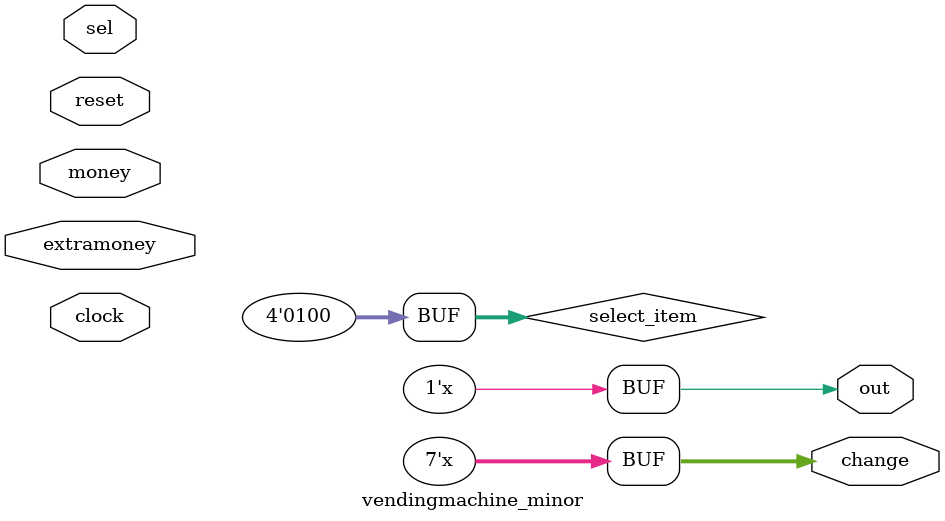
<source format=v>
`timescale 1ns / 1ps


module vendingmachine_minor(out,change,money,clock,sel,reset,extramoney

    );
    input [6:0]money;    
   
    input clock;
    input[6:0]sel;
    input reset;
    input [6:0]extramoney;
    output reg out;
    output reg [6:0]change;
    reg[3:0]ps,ns;
    reg [1:0] wrappers;
    reg [1:0]plasticbottles;
    reg [1:0]packets;
    reg [1:0]cans;
    reg [1:0]plastictub;
    parameter [6:0]money_5=6'd5;
    parameter [6:0]money_10=6'd10;
    parameter [6:0] money_20=6'd20;
    parameter [6:0]money_50=6'd50;
    parameter [3:0]sel_wrappers=3'b000;    
    parameter [3:0]sel_plasticbottles=3'b001;   
    parameter [3:0]sel_packets=3'b010;    
    parameter [3:0]sel_cans=3'b011;    
    parameter[3:0] sel_plastictubs=3'b100;   
    parameter[3:0] idle=3'b000;
    parameter[3:0] fifteen=3'b001;
    parameter [3:0]twentyfive=3'b010;
    parameter [3:0]thirty=3'b011;
    parameter [3:0]fourty=3'b100;
    parameter [3:0]sixty=3'b101;
  
    parameter Chocolate_bars=7'd000;
    parameter Granola_bars=7'd001;
    parameter Snack_sized_chips=7'd002;
    parameter Gummy_candies=7'd003;
    parameter Protein_bars=7'd004;
    parameter Cookies=7'd005;
    
   parameter Bottledwater=7'd006;
    parameter Coffee_Bottle=7'd007; 
    parameter Fruit_smoothies_Bottles=7'd008;
    parameter Fruit_flavored_water=7'd009;
      
    parameter Trail_mix=7'd010;
    parameter Fruit_snacks=7'd011;
    parameter Pretzels=7'd012;
    parameter Popcorn=7'd013;
    parameter Cheese_crackers=7'd014;
    parameter Cupcakes=7'd015;
    parameter Muffins=7'd016;
    parameter Cheese_sticks=7'd017;
    parameter Pita_chips_with_hummus=7'd018;
    
    parameter Cheese_and_cracker_packs=7'd019;
    parameter Rice_crispy_treats=7'd020;
    
     parameter ColaCan=7'd021;
     parameter Dietsoda_can=7'd022;
     parameter Energy_drinks=7'd023;
     parameter Iced_tea_can=7'd024;
    parameter Bottled_iced_coffee=7'd025;
    parameter Protein_shakes=7'd026; 
   
    parameter Fruit_juice_boxes=7'd027;
    parameter Pre_packaged_sandwiches=7'd028;
    
    
    parameter Nuts=7'd029;
    parameter Rice_cakes=7'd030;
    parameter Yogurt_cups=7'd031;
    parameter Fresh_fruit_cups=7'd032;
    parameter Gum=7'd033;
    parameter Salads=7'd034;
    parameter Hard_boiled_eggs=7'd035;
    parameter Fruit_pies=7'd036;
     parameter Vegetable_sticks_with_dip=7'd037;
    parameter Bagels_with_cream_cheese=7'd038; 
    parameter Instant_noodles=7'd03;
    
    reg [3:0]select_item;
     parameter idle1=4'b1000;
     always@(posedge clock)
        if(reset)
          begin
             ns<=idle;
          end
          else
             ps<=ns;
     always @(*)
     begin 
  if(sel==Chocolate_bars |sel==Granola_bars |sel==Gummy_candies |sel==Protein_bars |sel==Cookies |sel==Gum )
  begin
  select_item=sel_wrappers;
  end
 if(sel==Bottledwater |sel==Coffee_Bottle |sel==Fruit_smoothies_Bottles | sel==Fruit_flavored_water)
  begin
  select_item=sel_plasticbottles;
  end
  if(sel==Snack_sized_chips | sel==Trail_mix |sel==Fruit_snacks |sel==Pretzels| sel==Popcorn|sel==Cheese_crackers |sel==Nuts|sel==Cupcakes|sel==Muffins |sel==Cheese_sticks |sel==Pita_chips_with_hummus |sel==Rice_crispy_treats |sel==Cheese_and_cracker_packs)
  begin
  select_item<=sel_packets;
  end
  if(sel==ColaCan |sel== Dietsoda_can | sel==Energy_drinks | sel==Iced_tea_can |sel==Bottled_iced_coffee| sel==Protein_shakes)
  begin
  select_item<=sel_cans;
  end
  if(sel==Fruit_juice_boxes | sel==Pre_packaged_sandwiches | sel==Rice_cakes |sel==Yogurt_cups|sel==Fresh_fruit_cups| sel== Salads |sel==Hard_boiled_eggs |sel==Fruit_pies |sel==Vegetable_sticks_with_dip |sel==Bagels_with_cream_cheese|sel==Instant_noodles);
   begin
  select_item<=sel_plastictubs;
  end
  end
    
  
        
        
    always@(posedge clock)
    begin
   
    case(ps)
   
    idle:
     
   if(money==money_5&&sel==sel_wrappers)
        ns<=fifteen;
   else if(money==money_5&&sel==sel_plasticbottles)
        ns<=twentyfive;
   else if(money==money_5&&sel==sel_packets)
        ns<=thirty;
   else if(money==money_5&&sel==sel_cans)
        ns<=fourty;
   else if(money==money_5&&sel==sel_plastictubs)
        ns<=sixty;
   else if(money==money_10&&sel==sel_wrappers)
        ns<=fifteen;
   else if(money==money_10&&sel==sel_plasticbottles)
        ns<=twentyfive;
   else if(money==money_10&&sel==sel_packets)
        ns<=thirty;
   else if(money==money_10&&sel==sel_cans)
        ns<=fourty;
   else if(money==money_10&&sel==sel_plastictubs)
        ns<=sixty;
   else if(money==money_20&&sel==sel_wrappers)
        ns<=fifteen;
   else if(money==money_20&&sel==sel_plasticbottles)
        ns<=twentyfive;
   else if(money==money_20&&sel==sel_packets)
        ns<=thirty;
   else if(money==money_20&&sel==sel_cans)
        ns<=fourty;
   else if(money==money_20&&sel==sel_plastictubs)
        ns<=sixty;  
   else if(money==money_50&&sel==sel_wrappers)
        ns<=fifteen;
   else if(money==money_50&&sel==sel_plasticbottles)
        ns<=twentyfive;
   else if(money==money_50&&sel==sel_packets)
        ns<=thirty;
   else if(money==money_50&&sel==sel_cans)
        ns<=fourty;
   else if(money==money_50&&sel==sel_plastictubs)
        ns<=sixty;  
                        
   fifteen:
            
          if(money==money_5&&sel==sel_wrappers)
               ns<=fifteen;
          else if(money==money_5&&sel==sel_plasticbottles)
               ns<=twentyfive;
          else if(money==money_5&&sel==sel_packets)
               ns<=thirty;
          else if(money==money_5&&sel==sel_cans)
               ns<=fourty;
          else if(money==money_5&&sel==sel_plastictubs)
               ns<=sixty;
          else if(money==money_10&&sel==sel_wrappers)
               ns<=fifteen;
          else if(money==money_10&&sel==sel_plasticbottles)
               ns<=twentyfive;
          else if(money==money_10&&sel==sel_packets)
               ns<=thirty;
          else if(money==money_10&&sel==sel_cans)
               ns<=fourty;
          else if(money==money_10&&sel==sel_plastictubs)
               ns<=sixty;
          else if(money==money_20&&sel==sel_wrappers)
               ns<=fifteen;
          else if(money==money_20&&sel==sel_plasticbottles)
               ns<=twentyfive;
          else if(money==money_20&&sel==sel_packets)
               ns<=thirty;
          else if(money==money_20&&sel==sel_cans)
               ns<=fourty;
          else if(money==money_20&&sel==sel_plastictubs)
               ns<=sixty;  
          else if(money==money_50&&sel==sel_wrappers)
               ns<=fifteen;
          else if(money==money_50&&sel==sel_plasticbottles)
               ns<=twentyfive;
          else if(money==money_50&&sel==sel_packets)
               ns<=thirty;
          else if(money==money_50&&sel==sel_cans)
               ns<=fourty;
          else if(money==money_50&&sel==sel_plastictubs)
               ns<=sixty;  
  twentyfive:           
   
    if(money==money_5&&sel==sel_wrappers)
       ns<=fifteen;
  else if(money==money_5&&sel==sel_plasticbottles)
       ns<=twentyfive;
  else if(money==money_5&&sel==sel_packets)
       ns<=thirty;
  else if(money==money_5&&sel==sel_cans)
       ns<=fourty;
  else if(money==money_5&&sel==sel_plastictubs)
       ns<=sixty;
  else if(money==money_10&&sel==sel_wrappers)
       ns<=fifteen;
  else if(money==money_10&&sel==sel_plasticbottles)
       ns<=twentyfive;
  else if(money==money_10&&sel==sel_packets)
       ns<=thirty;
  else if(money==money_10&&sel==sel_cans)
       ns<=fourty;
  else if(money==money_10&&sel==sel_plastictubs)
       ns<=sixty;
  else if(money==money_20&&sel==sel_wrappers)
       ns<=fifteen;
  else if(money==money_20&&sel==sel_plasticbottles)
       ns<=twentyfive;
  else if(money==money_20&&sel==sel_packets)
       ns<=thirty;
  else if(money==money_20&&sel==sel_cans)
       ns<=fourty;
  else if(money==money_20&&sel==sel_plastictubs)
       ns<=sixty;  
  else if(money==money_50&&sel==sel_wrappers)
       ns<=fifteen;
  else if(money==money_50&&sel==sel_plasticbottles)
       ns<=twentyfive;
  else if(money==money_50&&sel==sel_packets)
       ns<=thirty;
  else if(money==money_50&&sel==sel_cans)
       ns<=fourty;
  else if(money==money_50&&sel==sel_plastictubs)
       ns<=sixty;
       
  thirty:
  
    if(money==money_5&&sel==sel_wrappers)
       ns<=fifteen;
  else if(money==money_5&&sel==sel_plasticbottles)
       ns<=twentyfive;
  else if(money==money_5&&sel==sel_packets)
       ns<=thirty;
  else if(money==money_5&&sel==sel_cans)
       ns<=fourty;
  else if(money==money_5&&sel==sel_plastictubs)
       ns<=sixty;
  else if(money==money_10&&sel==sel_wrappers)
       ns<=fifteen;
  else if(money==money_10&&sel==sel_plasticbottles)
       ns<=twentyfive;
  else if(money==money_10&&sel==sel_packets)
       ns<=thirty;
  else if(money==money_10&&sel==sel_cans)
       ns<=fourty;
  else if(money==money_10&&sel==sel_plastictubs)
       ns<=sixty;
  else if(money==money_20&&sel==sel_wrappers)
       ns<=fifteen;
  else if(money==money_20&&sel==sel_plasticbottles)
       ns<=twentyfive;
  else if(money==money_20&&sel==sel_packets)
       ns<=thirty;
  else if(money==money_20&&sel==sel_cans)
       ns<=fourty;
  else if(money==money_20&&sel==sel_plastictubs)
       ns<=sixty;  
  else if(money==money_50&&sel==sel_wrappers)
       ns<=fifteen;
  else if(money==money_50&&sel==sel_plasticbottles)
       ns<=twentyfive;
  else if(money==money_50&&sel==sel_packets)
       ns<=thirty;
  else if(money==money_50&&sel==sel_cans)
       ns<=fourty;
  else if(money==money_50&&sel==sel_plastictubs)
       ns<=sixty;
       
  fourty:
  
   if(money==money_5&&sel==sel_wrappers)
       ns<=fifteen;
  else if(money==money_5&&sel==sel_plasticbottles)
       ns<=twentyfive;
  else if(money==money_5&&sel==sel_packets)
       ns<=thirty;
  else if(money==money_5&&sel==sel_cans)
       ns<=fourty;
  else if(money==money_5&&sel==sel_plastictubs)
       ns<=sixty;
  else if(money==money_10&&sel==sel_wrappers)
       ns<=fifteen;
  else if(money==money_10&&sel==sel_plasticbottles)
       ns<=twentyfive;
  else if(money==money_10&&sel==sel_packets)
       ns<=thirty;
  else if(money==money_10&&sel==sel_cans)
       ns<=fourty;
  else if(money==money_10&&sel==sel_plastictubs)
       ns<=sixty;
  else if(money==money_20&&sel==sel_wrappers)
       ns<=fifteen;
  else if(money==money_20&&sel==sel_plasticbottles)
       ns<=twentyfive;
  else if(money==money_20&&sel==sel_packets)
       ns<=thirty;
  else if(money==money_20&&sel==sel_cans)
       ns<=fourty;
  else if(money==money_20&&sel==sel_plastictubs)
       ns<=sixty;  
  else if(money==money_50&&sel==sel_wrappers)
       ns<=fifteen;
  else if(money==money_50&&sel==sel_plasticbottles)
       ns<=twentyfive;
  else if(money==money_50&&sel==sel_packets)
       ns<=thirty;
  else if(money==money_50&&sel==sel_cans)
       ns<=fourty;
  else if(money==money_50&&sel==sel_plastictubs)
       ns<=sixty;
       
  sixty:
  
   if(money==money_5&&sel==sel_wrappers)
       ns<=fifteen;
  else if(money==money_5&&sel==sel_plasticbottles)
       ns<=twentyfive;
  else if(money==money_5&&sel==sel_packets)
       ns<=thirty;
  else if(money==money_5&&sel==sel_cans)
       ns<=fourty;
  else if(money==money_5&&sel==sel_plastictubs)
       ns<=sixty;
  else if(money==money_10&&sel==sel_wrappers)
       ns<=fifteen;
  else if(money==money_10&&sel==sel_plasticbottles)
       ns<=twentyfive;
  else if(money==money_10&&sel==sel_packets)
       ns<=thirty;
  else if(money==money_10&&sel==sel_cans)
       ns<=fourty;
  else if(money==money_10&&sel==sel_plastictubs)
       ns<=sixty;
  else if(money==money_20&&sel==sel_wrappers)
       ns<=fifteen;
  else if(money==money_20&&sel==sel_plasticbottles)
       ns<=twentyfive;
  else if(money==money_20&&sel==sel_packets)
       ns<=thirty;
  else if(money==money_20&&sel==sel_cans)
       ns<=fourty;
  else if(money==money_20&&sel==sel_plastictubs)
       ns<=sixty;  
  else if(money==money_50&&sel==sel_wrappers)
       ns<=fifteen;
  else if(money==money_50&&sel==sel_plasticbottles)
       ns<=twentyfive;
  else if(money==money_50&&sel==sel_packets)
       ns<=thirty;
  else if(money==money_50&&sel==sel_cans)
       ns<=fourty;
  else if(money==money_50&&sel==sel_plastictubs)
       ns<=sixty;
  default:ns<=idle;
  endcase
  ps<=ns;
    end
    always@(ps,money)
    begin
     if(reset)
        ps<=idle;
        else
     case(ps)
     idle:begin
                      wrappers<=1'b0;
                      plasticbottles<=1'b0;
                      packets<=1'b0;
                      cans<=1'b0;
                      plastictub<=1'b0;
                      change=1'b0;
                      out=1'b0;
                      end
  fifteen:begin
                      if(money==money_5)
                         begin
                         wrappers<=1'b0;
                         plasticbottles<=1'b0;
                         packets<=1'b0;
                         cans<=1'b0;
                         plastictub<=1'b0;
                         change=6'd5;
                         out<=0;
                                   if(extramoney==money_10)
                                    begin
                                    wrappers<=1'b1;
                                    plasticbottles<=1'b0;
                                    packets<=1'b0;
                                    cans<=1'b0;
                                    plastictub<=1'b0;  
                                    out<=1'b1;  
                                    change=6'd0;                    
                                    end
                                   
                                    
                                   else if(extramoney==money_20)
                                     begin
                                     wrappers<=1'b1;
                                     plasticbottles<=1'b0;
                                     packets<=1'b0;
                                     cans<=1'b0;
                                     plastictub<=1'b0;            
                                     out<=1'b1;    
                                     change=6'd10;        
                                     end
                                    
                                     
                           end
                      else if(money==money_10)
                          begin
                          wrappers<=1'b0;
                          plasticbottles<=1'b0;
                          packets<=1'b0;
                          cans<=1'b0;
                          plastictub<=1'b0;
                          change<=6'd10;
                          out=1'b0;
                                           if(extramoney==money_5)
                                           begin
                                           wrappers<=1'b1;
                                           plasticbottles<=1'b0;
                                           packets<=1'b0;
                                           cans<=1'b0;
                                           plastictub<=1'b0;        
                                           out<=1'b1;     
                                           change=6'd0;           
                                           end
                                           
                                          if(extramoney==money_10)
                                            begin
                                           wrappers<=1'b1;
                                           plasticbottles<=1'b0;
                                           packets<=1'b0;
                                           cans<=1'b0;
                                           plastictub<=1'b0;
                                           out=1'b1;                        
                                        
                                           change=6'd5;
                                           end
                                           
 
                          end
                          else if(money==money_20)
                          begin
                          wrappers<=1'b1;
                          plasticbottles<=1'b0;
                          packets<=1'b0;
                          cans<=1'b0;
                          plastictub<=1'b0;
                          out<=1'b1;
                          change=6'd5;
                          end
                          else if(money==money_50)
                          begin
                          wrappers<=1'b1;
                          plasticbottles<=1'b0;
                          packets<=1'b0;
                          cans<=1'b0;
                          plastictub<=1'b0;
                          out<=1'b1;
                          change=6'd35;
                          end
                          end
twentyfive:begin  
                          if(money==money_5)
                          begin
                          wrappers<=1'b0;
                          plasticbottles<=1'b0;
                          packets<=1'b0;
                          cans<=1'b0;
                          plastictub<=1'b0;
                          out<=1'b0;
                                      if(extramoney==money_20)
                                       begin
                                       wrappers<=1'b0;
                                       plasticbottles<=1'b1;
                                       packets<=1'b0;
                                       cans<=1'b0;
                                       plastictub<=1'b0;     
                                       out<=1'b1;                   
                                      
                                       change=6'd0;
                                       end
                                       if(extramoney==money_50)
                                        begin
                                       wrappers<=1'b0;
                                       plasticbottles<=1'b1;
                                       packets<=1'b0;
                                       cans<=1'b0;
                                       plastictub<=1'b0;
                                       out=1'b1;                        
                                      
                                       change=6'd30;
                                       
                                        end
                          end
                          else if(money==money_10)
                          begin
                          wrappers<=1'b0;
                          plasticbottles<=1'b0;
                          packets<=1'b0;
                          cans<=1'b0;
                          plastictub<=1'b0;      
                          out<=1'b0;
                          change<=6'd10;                 
                                        if(extramoney==money_20)
                                         begin
                                         wrappers<=1'b0;
                                         plasticbottles<=1'b1;
                                         packets<=1'b0;
                                         cans<=1'b0;
                                         plastictub<=1'b0;   
                                         out<=1'b1;                     
                                         
                                         change=6'd5;
                                         end
                          end
                          else if(money==money_20)
                          begin
                          wrappers<=1'b0;
                          plasticbottles<=1'b0;
                          packets<=1'b0;
                          cans<=1'b0;
                          plastictub<=1'b0;
                          out<=1'b0;
                          change<=6'd20;
                                         if(extramoney==money_5)
                                         begin
                                         wrappers<=1'b0;
                                         plasticbottles<=1'b1;
                                         packets<=1'b0;
                                         cans<=1'b0;
                                         plastictub<=1'b0;  
                                         out<=1'b1;                      
                                         change=6'd0;
                                         end
                                         if(extramoney==money_10)
                                          begin
                                         wrappers<=1'b0;
                                         plasticbottles<=1'b1;
                                         packets<=1'b0;
                                         cans<=1'b0;
                                         plastictub<=1'b0;
                                         out<=1'b1;                        
                                           change=6'd5;
                                           end
                          end
                          else if(money==money_50)
                          begin
                          wrappers<=1'b0;
                          plasticbottles<=1'b1;
                          packets<=1'b0;
                          cans<=1'b0;
                          plastictub<=1'b0;
                          change=6'd25;
                          out<=1'b0;
                          end
                          end
 thirty:begin
                      if(money==money_5)
                             begin
                             wrappers<=1'b0;
                             plasticbottles<=1'b0; 
                             packets<=1'b0;
                             cans<=1'b0;
                             plastictub<=1'b0;
                             out<=1'b0;
                             change<=6'd5;
                                   if(extramoney==money_50)
                                       begin
                                    wrappers<=1'b0;
                                    plasticbottles<=1'b0;
                                    packets<=1'b1;
                                   cans<=1'b0;
                                  plastictub<=1'b0;
                                  out<=1'b1;                        
                                 change=6'd25;
                                 end
                             end
                          else if(money==money_10)
                              begin
                              wrappers<=1'b0;
                              plasticbottles<=1'b0;
                              packets<=1'b0;
                              cans<=1'b0;
                              plastictub<=1'b0;
                              out<=1'b0;
                               if(extramoney==money_20)
                                 begin
                                 wrappers<=1'b0;
                                 plasticbottles<=1'b0;
                                 packets<=1'b1;
                                 cans<=1'b0;
                                 plastictub<=1'b0;
                                 out<=1'b1;                        
                                change=6'd0;
                                end
                              if(extramoney==money_50)
                               begin
                              wrappers<=1'b0;
                              plasticbottles<=1'b0;
                              packets<=1'b1;
                              cans<=1'b0;
                              plastictub<=1'b0;
                              out<=1'b1;                        
                              
                              change=6'd30;
                              end
                              end
                           else if(money==money_20)
                              begin
                              wrappers<=1'b0;
                              plasticbottles<=1'b0;
                              packets<=1'b0;
                              cans<=1'b0;
                              plastictub<=1'b0;
                              out<=1'b0;
                               if(extramoney==money_10)
                                 begin
                                 wrappers<=1'b0;
                                 plasticbottles<=1'b0;
                                 packets<=1'b1;
                                 cans<=1'b0;
                                 plastictub<=1'b0;
                                 out<=1'b1;                        
                              change=6'd0;
                              end
                              if(extramoney==money_20)
                               begin
                              wrappers<=1'b0;
                              plasticbottles<=1'b0;
                              packets<=1'b1;
                              cans<=1'b0;
                              plastictub<=1'b0;     
                              out<=1'b1;                   
                              end
                              change=6'd10;
                              end
                              else if(money==money_50)
                              begin
                              wrappers<=1'b0;
                              plasticbottles<=1'b0;
                              packets<=1'b1;
                              cans<=1'b0;
                              plastictub<=1'b0;
                              change=6'd20;
                              out<=1'b1;
                              end
                              end 
   fourty:begin
                      if(money==money_5)
                                 begin
                                 wrappers<=1'b0;
                                 plasticbottles<=1'b0;
                                 packets<=1'b0;
                                 cans<=1'b0;
                                 plastictub<=1'b0;
                                 out<=1'b0;
                                 change<=6'd0;
                                 if(extramoney==money_50)
                                 begin
                                 wrappers<=1'b0;
                                 plasticbottles<=1'b0;
                                 packets<=1'b0;
                                 cans<=1'b1;
                                 plastictub<=1'b0;
                                 out<=1'b1;                        
                                 change=6'd15;
                                 end
                                 end
                              else if(money==money_10)
                                  begin
                                  wrappers<=1'b0;
                                  plasticbottles<=1'b0;
                                  packets<=1'b0;
                                  cans<=1'b0;
                                  plastictub<=1'b0;
                                  out<=1'b0;
                                  change<=6'd0;
                                  if(extramoney==money_50)
                                  begin
                                  wrappers<=1'b0;
                                  plasticbottles<=1'b0;
                                  packets<=1'b0;
                                  cans<=1'b1;
                                  plastictub<=1'b0;
                                  out<=1'b1;                        
                                  change=6'd20;
                                  end
                                  end
                                 else if(money==money_20)
                                  begin
                                  wrappers<=1'b0;
                                  plasticbottles<=1'b0;
                                  packets<=1'b0;
                                  cans<=1'b0;
                                  plastictub<=1'b0;
                                  out<=1'b0;
                                  if(extramoney==money_20)
                                   begin
                                  wrappers<=1'b0;
                                  plasticbottles<=1'b0;
                                  packets<=1'b0;
                                  cans<=1'b1;
                                  plastictub<=1'b0; 
                                  out<=1'b1;                     
                                  
                                  change=6'd0;
                                  end
                                 if(extramoney==money_50)
                                    begin
                                    wrappers<=1'b0;
                                    plasticbottles<=1'b0;
                                    packets<=1'b0;
                                    cans<=1'b1;
                                    plastictub<=1'b0;
                                    out<=1'b1;                        
                                    
                                  change=6'd20;
                                  end
                                  end
                                  else if(money==money_50)
                                  begin
                                  wrappers<=1'b0;
                                  plasticbottles<=1'b0;
                                  packets<=1'b0;
                                  cans<=1'b1;
                                  plastictub<=1'b0;
                                  out<=1'b1;
                                  change=6'd10;
                                  end
                                  end          
  sixty:begin                      
                                  if(money==money_5)
                                  begin
                                  wrappers<=1'b0;
                                  plasticbottles<=1'b0;
                                  packets<=1'b0;
                                  cans<=1'b0;
                                  plastictub<=1'b0;
                                  change=6'd5;
                                  out<=1'b0;
                                  end
                               else if(money==money_10)
                                   begin
                                   wrappers<=1'b0;
                                   plasticbottles<=1'b0;
                                   packets<=1'b0;
                                   cans<=1'b0;
                                   plastictub<=1'b0;
                                   out<=1'b0;
                                   change<=6'd10;
                                   if(extramoney==money_50)
                                      begin
                                      wrappers<=1'b0;
                                      plasticbottles<=1'b0;
                                      packets<=1'b0;
                                      cans<=1'b0;
                                      plastictub<=1'b1;
                                      out<=1'b1;                        
                                     change=6'd0;
                                   end
                                   end
                                else if(money==money_20)
                                   begin
                                   wrappers<=1'b0;
                                   plasticbottles<=1'b0;
                                   packets<=1'b0;
                                   cans<=1'b0;
                                   plastictub<=1'b0;
                                   out<=1'b0;
                                   change<=6'd20;
                                   if(extramoney==money_50)
                                   begin
                                   wrappers<=1'b0;
                                   plasticbottles<=1'b0;
                                   packets<=1'b0;
                                   cans<=1'b0;
                                   plastictub<=1'b1;
                                   out<=1'b1;                        
                                    change=6'd10;
                                   end
                                   end
                                   else if(money==money_50)
                                   begin
                                   wrappers<=1'b0;
                                   plasticbottles<=1'b0;
                                   packets<=1'b0;
                                   cans<=1'b0;
                                   plastictub<=1'b0;
                                   out<=1'b0;
                                   change<=6'd50;
                                   if(extramoney==money_10)
                                   begin
                                   wrappers<=1'b0;
                                   plasticbottles<=1'b0;
                                   packets<=1'b0;
                                   cans<=1'b0;
                                   plastictub<=1'b1; 
                                   out=1'b1;                       
                              
                                   change=6'd0;
                                   end
                                   end
                                   end                     
              
     endcase
     
    end
    
          
               
         
    
endmodule

</source>
